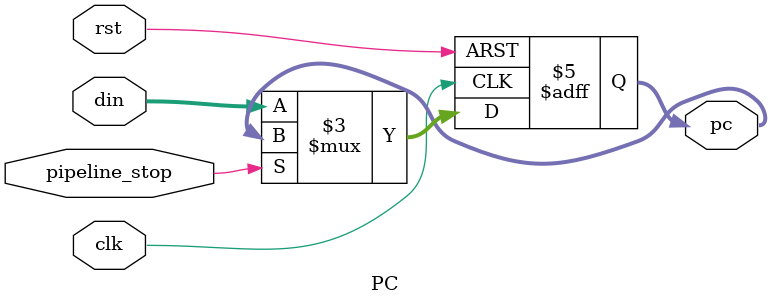
<source format=v>
`timescale 1ns / 1ps

module PC(
    input wire        rst,
    input wire        clk,
    input wire [31:0] din,
    input wire        pipeline_stop,     //停顿
    output reg [31:0] pc
);

    always @ (posedge clk or posedge rst) begin
        if(rst)                 pc <= 32'h0000_0000;
        else if(pipeline_stop)  pc <= pc;
        else                    pc <= din;
    end

endmodule
</source>
